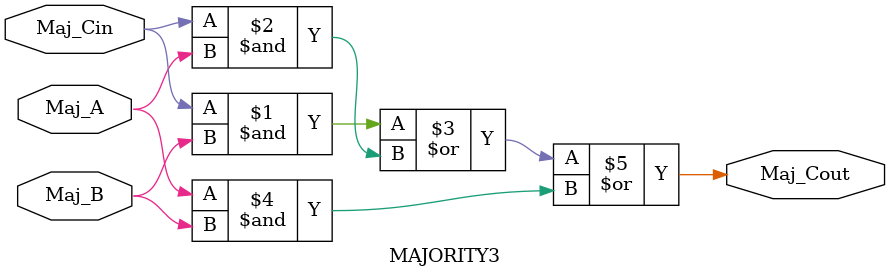
<source format=v>
`timescale 1ns / 1ps


module MAJORITY3(
    input Maj_Cin, Maj_A, Maj_B,
    output Maj_Cout
    );
    wire maj_cin;
    wire a;
    wire b;
    wire cout_;
    assign Maj_Cout = ((Maj_Cin & Maj_B)|(Maj_Cin & Maj_A)|(Maj_A & Maj_B));
    
endmodule

</source>
